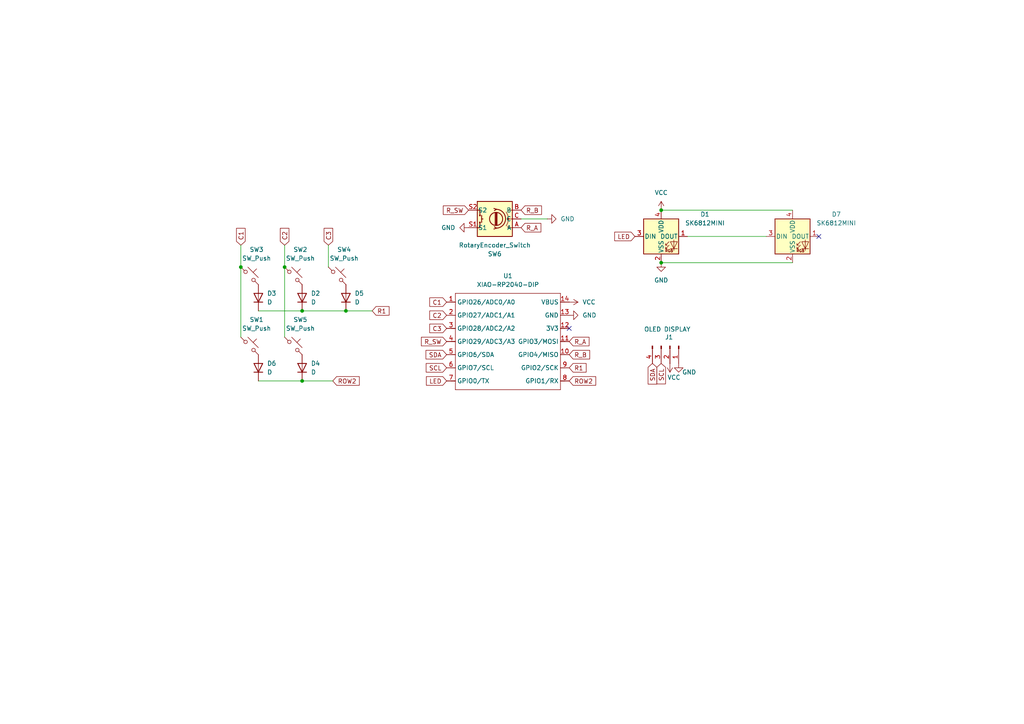
<source format=kicad_sch>
(kicad_sch
	(version 20250114)
	(generator "eeschema")
	(generator_version "9.0")
	(uuid "4ff04ee6-9fda-4cb2-ab02-89acf7d24759")
	(paper "A4")
	(lib_symbols
		(symbol "Connector:Conn_01x04_Pin"
			(pin_names
				(offset 1.016)
				(hide yes)
			)
			(exclude_from_sim no)
			(in_bom yes)
			(on_board yes)
			(property "Reference" "J"
				(at 0 5.08 0)
				(effects
					(font
						(size 1.27 1.27)
					)
				)
			)
			(property "Value" "Conn_01x04_Pin"
				(at 0 -7.62 0)
				(effects
					(font
						(size 1.27 1.27)
					)
				)
			)
			(property "Footprint" ""
				(at 0 0 0)
				(effects
					(font
						(size 1.27 1.27)
					)
					(hide yes)
				)
			)
			(property "Datasheet" "~"
				(at 0 0 0)
				(effects
					(font
						(size 1.27 1.27)
					)
					(hide yes)
				)
			)
			(property "Description" "Generic connector, single row, 01x04, script generated"
				(at 0 0 0)
				(effects
					(font
						(size 1.27 1.27)
					)
					(hide yes)
				)
			)
			(property "ki_locked" ""
				(at 0 0 0)
				(effects
					(font
						(size 1.27 1.27)
					)
				)
			)
			(property "ki_keywords" "connector"
				(at 0 0 0)
				(effects
					(font
						(size 1.27 1.27)
					)
					(hide yes)
				)
			)
			(property "ki_fp_filters" "Connector*:*_1x??_*"
				(at 0 0 0)
				(effects
					(font
						(size 1.27 1.27)
					)
					(hide yes)
				)
			)
			(symbol "Conn_01x04_Pin_1_1"
				(rectangle
					(start 0.8636 2.667)
					(end 0 2.413)
					(stroke
						(width 0.1524)
						(type default)
					)
					(fill
						(type outline)
					)
				)
				(rectangle
					(start 0.8636 0.127)
					(end 0 -0.127)
					(stroke
						(width 0.1524)
						(type default)
					)
					(fill
						(type outline)
					)
				)
				(rectangle
					(start 0.8636 -2.413)
					(end 0 -2.667)
					(stroke
						(width 0.1524)
						(type default)
					)
					(fill
						(type outline)
					)
				)
				(rectangle
					(start 0.8636 -4.953)
					(end 0 -5.207)
					(stroke
						(width 0.1524)
						(type default)
					)
					(fill
						(type outline)
					)
				)
				(polyline
					(pts
						(xy 1.27 2.54) (xy 0.8636 2.54)
					)
					(stroke
						(width 0.1524)
						(type default)
					)
					(fill
						(type none)
					)
				)
				(polyline
					(pts
						(xy 1.27 0) (xy 0.8636 0)
					)
					(stroke
						(width 0.1524)
						(type default)
					)
					(fill
						(type none)
					)
				)
				(polyline
					(pts
						(xy 1.27 -2.54) (xy 0.8636 -2.54)
					)
					(stroke
						(width 0.1524)
						(type default)
					)
					(fill
						(type none)
					)
				)
				(polyline
					(pts
						(xy 1.27 -5.08) (xy 0.8636 -5.08)
					)
					(stroke
						(width 0.1524)
						(type default)
					)
					(fill
						(type none)
					)
				)
				(pin passive line
					(at 5.08 2.54 180)
					(length 3.81)
					(name "Pin_1"
						(effects
							(font
								(size 1.27 1.27)
							)
						)
					)
					(number "1"
						(effects
							(font
								(size 1.27 1.27)
							)
						)
					)
				)
				(pin passive line
					(at 5.08 0 180)
					(length 3.81)
					(name "Pin_2"
						(effects
							(font
								(size 1.27 1.27)
							)
						)
					)
					(number "2"
						(effects
							(font
								(size 1.27 1.27)
							)
						)
					)
				)
				(pin passive line
					(at 5.08 -2.54 180)
					(length 3.81)
					(name "Pin_3"
						(effects
							(font
								(size 1.27 1.27)
							)
						)
					)
					(number "3"
						(effects
							(font
								(size 1.27 1.27)
							)
						)
					)
				)
				(pin passive line
					(at 5.08 -5.08 180)
					(length 3.81)
					(name "Pin_4"
						(effects
							(font
								(size 1.27 1.27)
							)
						)
					)
					(number "4"
						(effects
							(font
								(size 1.27 1.27)
							)
						)
					)
				)
			)
			(embedded_fonts no)
		)
		(symbol "Device:D"
			(pin_numbers
				(hide yes)
			)
			(pin_names
				(offset 1.016)
				(hide yes)
			)
			(exclude_from_sim no)
			(in_bom yes)
			(on_board yes)
			(property "Reference" "D"
				(at 0 2.54 0)
				(effects
					(font
						(size 1.27 1.27)
					)
				)
			)
			(property "Value" "D"
				(at 0 -2.54 0)
				(effects
					(font
						(size 1.27 1.27)
					)
				)
			)
			(property "Footprint" ""
				(at 0 0 0)
				(effects
					(font
						(size 1.27 1.27)
					)
					(hide yes)
				)
			)
			(property "Datasheet" "~"
				(at 0 0 0)
				(effects
					(font
						(size 1.27 1.27)
					)
					(hide yes)
				)
			)
			(property "Description" "Diode"
				(at 0 0 0)
				(effects
					(font
						(size 1.27 1.27)
					)
					(hide yes)
				)
			)
			(property "Sim.Device" "D"
				(at 0 0 0)
				(effects
					(font
						(size 1.27 1.27)
					)
					(hide yes)
				)
			)
			(property "Sim.Pins" "1=K 2=A"
				(at 0 0 0)
				(effects
					(font
						(size 1.27 1.27)
					)
					(hide yes)
				)
			)
			(property "ki_keywords" "diode"
				(at 0 0 0)
				(effects
					(font
						(size 1.27 1.27)
					)
					(hide yes)
				)
			)
			(property "ki_fp_filters" "TO-???* *_Diode_* *SingleDiode* D_*"
				(at 0 0 0)
				(effects
					(font
						(size 1.27 1.27)
					)
					(hide yes)
				)
			)
			(symbol "D_0_1"
				(polyline
					(pts
						(xy -1.27 1.27) (xy -1.27 -1.27)
					)
					(stroke
						(width 0.254)
						(type default)
					)
					(fill
						(type none)
					)
				)
				(polyline
					(pts
						(xy 1.27 1.27) (xy 1.27 -1.27) (xy -1.27 0) (xy 1.27 1.27)
					)
					(stroke
						(width 0.254)
						(type default)
					)
					(fill
						(type none)
					)
				)
				(polyline
					(pts
						(xy 1.27 0) (xy -1.27 0)
					)
					(stroke
						(width 0)
						(type default)
					)
					(fill
						(type none)
					)
				)
			)
			(symbol "D_1_1"
				(pin passive line
					(at -3.81 0 0)
					(length 2.54)
					(name "K"
						(effects
							(font
								(size 1.27 1.27)
							)
						)
					)
					(number "1"
						(effects
							(font
								(size 1.27 1.27)
							)
						)
					)
				)
				(pin passive line
					(at 3.81 0 180)
					(length 2.54)
					(name "A"
						(effects
							(font
								(size 1.27 1.27)
							)
						)
					)
					(number "2"
						(effects
							(font
								(size 1.27 1.27)
							)
						)
					)
				)
			)
			(embedded_fonts no)
		)
		(symbol "Device:RotaryEncoder_Switch"
			(pin_names
				(offset 0.254)
			)
			(exclude_from_sim no)
			(in_bom yes)
			(on_board yes)
			(property "Reference" "SW"
				(at 0 6.604 0)
				(effects
					(font
						(size 1.27 1.27)
					)
				)
			)
			(property "Value" "RotaryEncoder_Switch"
				(at 0 -6.604 0)
				(effects
					(font
						(size 1.27 1.27)
					)
				)
			)
			(property "Footprint" ""
				(at -3.81 4.064 0)
				(effects
					(font
						(size 1.27 1.27)
					)
					(hide yes)
				)
			)
			(property "Datasheet" "~"
				(at 0 6.604 0)
				(effects
					(font
						(size 1.27 1.27)
					)
					(hide yes)
				)
			)
			(property "Description" "Rotary encoder, dual channel, incremental quadrate outputs, with switch"
				(at 0 0 0)
				(effects
					(font
						(size 1.27 1.27)
					)
					(hide yes)
				)
			)
			(property "ki_keywords" "rotary switch encoder switch push button"
				(at 0 0 0)
				(effects
					(font
						(size 1.27 1.27)
					)
					(hide yes)
				)
			)
			(property "ki_fp_filters" "RotaryEncoder*Switch*"
				(at 0 0 0)
				(effects
					(font
						(size 1.27 1.27)
					)
					(hide yes)
				)
			)
			(symbol "RotaryEncoder_Switch_0_1"
				(rectangle
					(start -5.08 5.08)
					(end 5.08 -5.08)
					(stroke
						(width 0.254)
						(type default)
					)
					(fill
						(type background)
					)
				)
				(polyline
					(pts
						(xy -5.08 2.54) (xy -3.81 2.54) (xy -3.81 2.032)
					)
					(stroke
						(width 0)
						(type default)
					)
					(fill
						(type none)
					)
				)
				(polyline
					(pts
						(xy -5.08 0) (xy -3.81 0) (xy -3.81 -1.016) (xy -3.302 -2.032)
					)
					(stroke
						(width 0)
						(type default)
					)
					(fill
						(type none)
					)
				)
				(polyline
					(pts
						(xy -5.08 -2.54) (xy -3.81 -2.54) (xy -3.81 -2.032)
					)
					(stroke
						(width 0)
						(type default)
					)
					(fill
						(type none)
					)
				)
				(polyline
					(pts
						(xy -4.318 0) (xy -3.81 0) (xy -3.81 1.016) (xy -3.302 2.032)
					)
					(stroke
						(width 0)
						(type default)
					)
					(fill
						(type none)
					)
				)
				(circle
					(center -3.81 0)
					(radius 0.254)
					(stroke
						(width 0)
						(type default)
					)
					(fill
						(type outline)
					)
				)
				(polyline
					(pts
						(xy -0.635 -1.778) (xy -0.635 1.778)
					)
					(stroke
						(width 0.254)
						(type default)
					)
					(fill
						(type none)
					)
				)
				(circle
					(center -0.381 0)
					(radius 1.905)
					(stroke
						(width 0.254)
						(type default)
					)
					(fill
						(type none)
					)
				)
				(polyline
					(pts
						(xy -0.381 -1.778) (xy -0.381 1.778)
					)
					(stroke
						(width 0.254)
						(type default)
					)
					(fill
						(type none)
					)
				)
				(arc
					(start -0.381 -2.794)
					(mid -3.0988 -0.0635)
					(end -0.381 2.667)
					(stroke
						(width 0.254)
						(type default)
					)
					(fill
						(type none)
					)
				)
				(polyline
					(pts
						(xy -0.127 1.778) (xy -0.127 -1.778)
					)
					(stroke
						(width 0.254)
						(type default)
					)
					(fill
						(type none)
					)
				)
				(polyline
					(pts
						(xy 0.254 2.921) (xy -0.508 2.667) (xy 0.127 2.286)
					)
					(stroke
						(width 0.254)
						(type default)
					)
					(fill
						(type none)
					)
				)
				(polyline
					(pts
						(xy 0.254 -3.048) (xy -0.508 -2.794) (xy 0.127 -2.413)
					)
					(stroke
						(width 0.254)
						(type default)
					)
					(fill
						(type none)
					)
				)
				(polyline
					(pts
						(xy 3.81 1.016) (xy 3.81 -1.016)
					)
					(stroke
						(width 0.254)
						(type default)
					)
					(fill
						(type none)
					)
				)
				(polyline
					(pts
						(xy 3.81 0) (xy 3.429 0)
					)
					(stroke
						(width 0.254)
						(type default)
					)
					(fill
						(type none)
					)
				)
				(circle
					(center 4.318 1.016)
					(radius 0.127)
					(stroke
						(width 0.254)
						(type default)
					)
					(fill
						(type none)
					)
				)
				(circle
					(center 4.318 -1.016)
					(radius 0.127)
					(stroke
						(width 0.254)
						(type default)
					)
					(fill
						(type none)
					)
				)
				(polyline
					(pts
						(xy 5.08 2.54) (xy 4.318 2.54) (xy 4.318 1.016)
					)
					(stroke
						(width 0.254)
						(type default)
					)
					(fill
						(type none)
					)
				)
				(polyline
					(pts
						(xy 5.08 -2.54) (xy 4.318 -2.54) (xy 4.318 -1.016)
					)
					(stroke
						(width 0.254)
						(type default)
					)
					(fill
						(type none)
					)
				)
			)
			(symbol "RotaryEncoder_Switch_1_1"
				(pin passive line
					(at -7.62 2.54 0)
					(length 2.54)
					(name "A"
						(effects
							(font
								(size 1.27 1.27)
							)
						)
					)
					(number "A"
						(effects
							(font
								(size 1.27 1.27)
							)
						)
					)
				)
				(pin passive line
					(at -7.62 0 0)
					(length 2.54)
					(name "C"
						(effects
							(font
								(size 1.27 1.27)
							)
						)
					)
					(number "C"
						(effects
							(font
								(size 1.27 1.27)
							)
						)
					)
				)
				(pin passive line
					(at -7.62 -2.54 0)
					(length 2.54)
					(name "B"
						(effects
							(font
								(size 1.27 1.27)
							)
						)
					)
					(number "B"
						(effects
							(font
								(size 1.27 1.27)
							)
						)
					)
				)
				(pin passive line
					(at 7.62 2.54 180)
					(length 2.54)
					(name "S1"
						(effects
							(font
								(size 1.27 1.27)
							)
						)
					)
					(number "S1"
						(effects
							(font
								(size 1.27 1.27)
							)
						)
					)
				)
				(pin passive line
					(at 7.62 -2.54 180)
					(length 2.54)
					(name "S2"
						(effects
							(font
								(size 1.27 1.27)
							)
						)
					)
					(number "S2"
						(effects
							(font
								(size 1.27 1.27)
							)
						)
					)
				)
			)
			(embedded_fonts no)
		)
		(symbol "LED:SK6812MINI"
			(pin_names
				(offset 0.254)
			)
			(exclude_from_sim no)
			(in_bom yes)
			(on_board yes)
			(property "Reference" "D"
				(at 5.08 5.715 0)
				(effects
					(font
						(size 1.27 1.27)
					)
					(justify right bottom)
				)
			)
			(property "Value" "SK6812MINI"
				(at 1.27 -5.715 0)
				(effects
					(font
						(size 1.27 1.27)
					)
					(justify left top)
				)
			)
			(property "Footprint" "LED_SMD:LED_SK6812MINI_PLCC4_3.5x3.5mm_P1.75mm"
				(at 1.27 -7.62 0)
				(effects
					(font
						(size 1.27 1.27)
					)
					(justify left top)
					(hide yes)
				)
			)
			(property "Datasheet" "https://cdn-shop.adafruit.com/product-files/2686/SK6812MINI_REV.01-1-2.pdf"
				(at 2.54 -9.525 0)
				(effects
					(font
						(size 1.27 1.27)
					)
					(justify left top)
					(hide yes)
				)
			)
			(property "Description" "RGB LED with integrated controller"
				(at 0 0 0)
				(effects
					(font
						(size 1.27 1.27)
					)
					(hide yes)
				)
			)
			(property "ki_keywords" "RGB LED NeoPixel Mini addressable"
				(at 0 0 0)
				(effects
					(font
						(size 1.27 1.27)
					)
					(hide yes)
				)
			)
			(property "ki_fp_filters" "LED*SK6812MINI*PLCC*3.5x3.5mm*P1.75mm*"
				(at 0 0 0)
				(effects
					(font
						(size 1.27 1.27)
					)
					(hide yes)
				)
			)
			(symbol "SK6812MINI_0_0"
				(text "RGB"
					(at 2.286 -4.191 0)
					(effects
						(font
							(size 0.762 0.762)
						)
					)
				)
			)
			(symbol "SK6812MINI_0_1"
				(polyline
					(pts
						(xy 1.27 -2.54) (xy 1.778 -2.54)
					)
					(stroke
						(width 0)
						(type default)
					)
					(fill
						(type none)
					)
				)
				(polyline
					(pts
						(xy 1.27 -3.556) (xy 1.778 -3.556)
					)
					(stroke
						(width 0)
						(type default)
					)
					(fill
						(type none)
					)
				)
				(polyline
					(pts
						(xy 2.286 -1.524) (xy 1.27 -2.54) (xy 1.27 -2.032)
					)
					(stroke
						(width 0)
						(type default)
					)
					(fill
						(type none)
					)
				)
				(polyline
					(pts
						(xy 2.286 -2.54) (xy 1.27 -3.556) (xy 1.27 -3.048)
					)
					(stroke
						(width 0)
						(type default)
					)
					(fill
						(type none)
					)
				)
				(polyline
					(pts
						(xy 3.683 -1.016) (xy 3.683 -3.556) (xy 3.683 -4.064)
					)
					(stroke
						(width 0)
						(type default)
					)
					(fill
						(type none)
					)
				)
				(polyline
					(pts
						(xy 4.699 -1.524) (xy 2.667 -1.524) (xy 3.683 -3.556) (xy 4.699 -1.524)
					)
					(stroke
						(width 0)
						(type default)
					)
					(fill
						(type none)
					)
				)
				(polyline
					(pts
						(xy 4.699 -3.556) (xy 2.667 -3.556)
					)
					(stroke
						(width 0)
						(type default)
					)
					(fill
						(type none)
					)
				)
				(rectangle
					(start 5.08 5.08)
					(end -5.08 -5.08)
					(stroke
						(width 0.254)
						(type default)
					)
					(fill
						(type background)
					)
				)
			)
			(symbol "SK6812MINI_1_1"
				(pin input line
					(at -7.62 0 0)
					(length 2.54)
					(name "DIN"
						(effects
							(font
								(size 1.27 1.27)
							)
						)
					)
					(number "3"
						(effects
							(font
								(size 1.27 1.27)
							)
						)
					)
				)
				(pin power_in line
					(at 0 7.62 270)
					(length 2.54)
					(name "VDD"
						(effects
							(font
								(size 1.27 1.27)
							)
						)
					)
					(number "4"
						(effects
							(font
								(size 1.27 1.27)
							)
						)
					)
				)
				(pin power_in line
					(at 0 -7.62 90)
					(length 2.54)
					(name "VSS"
						(effects
							(font
								(size 1.27 1.27)
							)
						)
					)
					(number "2"
						(effects
							(font
								(size 1.27 1.27)
							)
						)
					)
				)
				(pin output line
					(at 7.62 0 180)
					(length 2.54)
					(name "DOUT"
						(effects
							(font
								(size 1.27 1.27)
							)
						)
					)
					(number "1"
						(effects
							(font
								(size 1.27 1.27)
							)
						)
					)
				)
			)
			(embedded_fonts no)
		)
		(symbol "OPL:XIAO-RP2040-DIP"
			(exclude_from_sim no)
			(in_bom yes)
			(on_board yes)
			(property "Reference" "U"
				(at 0 0 0)
				(effects
					(font
						(size 1.27 1.27)
					)
				)
			)
			(property "Value" "XIAO-RP2040-DIP"
				(at 5.334 -1.778 0)
				(effects
					(font
						(size 1.27 1.27)
					)
				)
			)
			(property "Footprint" "Module:MOUDLE14P-XIAO-DIP-SMD"
				(at 14.478 -32.258 0)
				(effects
					(font
						(size 1.27 1.27)
					)
					(hide yes)
				)
			)
			(property "Datasheet" ""
				(at 0 0 0)
				(effects
					(font
						(size 1.27 1.27)
					)
					(hide yes)
				)
			)
			(property "Description" ""
				(at 0 0 0)
				(effects
					(font
						(size 1.27 1.27)
					)
					(hide yes)
				)
			)
			(symbol "XIAO-RP2040-DIP_1_0"
				(polyline
					(pts
						(xy -1.27 -2.54) (xy 29.21 -2.54)
					)
					(stroke
						(width 0.1524)
						(type solid)
					)
					(fill
						(type none)
					)
				)
				(polyline
					(pts
						(xy -1.27 -5.08) (xy -2.54 -5.08)
					)
					(stroke
						(width 0.1524)
						(type solid)
					)
					(fill
						(type none)
					)
				)
				(polyline
					(pts
						(xy -1.27 -5.08) (xy -1.27 -2.54)
					)
					(stroke
						(width 0.1524)
						(type solid)
					)
					(fill
						(type none)
					)
				)
				(polyline
					(pts
						(xy -1.27 -8.89) (xy -2.54 -8.89)
					)
					(stroke
						(width 0.1524)
						(type solid)
					)
					(fill
						(type none)
					)
				)
				(polyline
					(pts
						(xy -1.27 -8.89) (xy -1.27 -5.08)
					)
					(stroke
						(width 0.1524)
						(type solid)
					)
					(fill
						(type none)
					)
				)
				(polyline
					(pts
						(xy -1.27 -12.7) (xy -2.54 -12.7)
					)
					(stroke
						(width 0.1524)
						(type solid)
					)
					(fill
						(type none)
					)
				)
				(polyline
					(pts
						(xy -1.27 -12.7) (xy -1.27 -8.89)
					)
					(stroke
						(width 0.1524)
						(type solid)
					)
					(fill
						(type none)
					)
				)
				(polyline
					(pts
						(xy -1.27 -16.51) (xy -2.54 -16.51)
					)
					(stroke
						(width 0.1524)
						(type solid)
					)
					(fill
						(type none)
					)
				)
				(polyline
					(pts
						(xy -1.27 -16.51) (xy -1.27 -12.7)
					)
					(stroke
						(width 0.1524)
						(type solid)
					)
					(fill
						(type none)
					)
				)
				(polyline
					(pts
						(xy -1.27 -20.32) (xy -2.54 -20.32)
					)
					(stroke
						(width 0.1524)
						(type solid)
					)
					(fill
						(type none)
					)
				)
				(polyline
					(pts
						(xy -1.27 -24.13) (xy -2.54 -24.13)
					)
					(stroke
						(width 0.1524)
						(type solid)
					)
					(fill
						(type none)
					)
				)
				(polyline
					(pts
						(xy -1.27 -27.94) (xy -2.54 -27.94)
					)
					(stroke
						(width 0.1524)
						(type solid)
					)
					(fill
						(type none)
					)
				)
				(polyline
					(pts
						(xy -1.27 -30.48) (xy -1.27 -16.51)
					)
					(stroke
						(width 0.1524)
						(type solid)
					)
					(fill
						(type none)
					)
				)
				(polyline
					(pts
						(xy 29.21 -2.54) (xy 29.21 -5.08)
					)
					(stroke
						(width 0.1524)
						(type solid)
					)
					(fill
						(type none)
					)
				)
				(polyline
					(pts
						(xy 29.21 -5.08) (xy 29.21 -8.89)
					)
					(stroke
						(width 0.1524)
						(type solid)
					)
					(fill
						(type none)
					)
				)
				(polyline
					(pts
						(xy 29.21 -8.89) (xy 29.21 -12.7)
					)
					(stroke
						(width 0.1524)
						(type solid)
					)
					(fill
						(type none)
					)
				)
				(polyline
					(pts
						(xy 29.21 -12.7) (xy 29.21 -30.48)
					)
					(stroke
						(width 0.1524)
						(type solid)
					)
					(fill
						(type none)
					)
				)
				(polyline
					(pts
						(xy 29.21 -30.48) (xy -1.27 -30.48)
					)
					(stroke
						(width 0.1524)
						(type solid)
					)
					(fill
						(type none)
					)
				)
				(polyline
					(pts
						(xy 30.48 -5.08) (xy 29.21 -5.08)
					)
					(stroke
						(width 0.1524)
						(type solid)
					)
					(fill
						(type none)
					)
				)
				(polyline
					(pts
						(xy 30.48 -8.89) (xy 29.21 -8.89)
					)
					(stroke
						(width 0.1524)
						(type solid)
					)
					(fill
						(type none)
					)
				)
				(polyline
					(pts
						(xy 30.48 -12.7) (xy 29.21 -12.7)
					)
					(stroke
						(width 0.1524)
						(type solid)
					)
					(fill
						(type none)
					)
				)
				(polyline
					(pts
						(xy 30.48 -16.51) (xy 29.21 -16.51)
					)
					(stroke
						(width 0.1524)
						(type solid)
					)
					(fill
						(type none)
					)
				)
				(polyline
					(pts
						(xy 30.48 -20.32) (xy 29.21 -20.32)
					)
					(stroke
						(width 0.1524)
						(type solid)
					)
					(fill
						(type none)
					)
				)
				(polyline
					(pts
						(xy 30.48 -24.13) (xy 29.21 -24.13)
					)
					(stroke
						(width 0.1524)
						(type solid)
					)
					(fill
						(type none)
					)
				)
				(polyline
					(pts
						(xy 30.48 -27.94) (xy 29.21 -27.94)
					)
					(stroke
						(width 0.1524)
						(type solid)
					)
					(fill
						(type none)
					)
				)
				(pin passive line
					(at -3.81 -5.08 0)
					(length 2.54)
					(name "GPIO26/ADC0/A0"
						(effects
							(font
								(size 1.27 1.27)
							)
						)
					)
					(number "1"
						(effects
							(font
								(size 1.27 1.27)
							)
						)
					)
				)
				(pin passive line
					(at -3.81 -8.89 0)
					(length 2.54)
					(name "GPIO27/ADC1/A1"
						(effects
							(font
								(size 1.27 1.27)
							)
						)
					)
					(number "2"
						(effects
							(font
								(size 1.27 1.27)
							)
						)
					)
				)
				(pin passive line
					(at -3.81 -12.7 0)
					(length 2.54)
					(name "GPIO28/ADC2/A2"
						(effects
							(font
								(size 1.27 1.27)
							)
						)
					)
					(number "3"
						(effects
							(font
								(size 1.27 1.27)
							)
						)
					)
				)
				(pin passive line
					(at -3.81 -16.51 0)
					(length 2.54)
					(name "GPIO29/ADC3/A3"
						(effects
							(font
								(size 1.27 1.27)
							)
						)
					)
					(number "4"
						(effects
							(font
								(size 1.27 1.27)
							)
						)
					)
				)
				(pin passive line
					(at -3.81 -20.32 0)
					(length 2.54)
					(name "GPIO6/SDA"
						(effects
							(font
								(size 1.27 1.27)
							)
						)
					)
					(number "5"
						(effects
							(font
								(size 1.27 1.27)
							)
						)
					)
				)
				(pin passive line
					(at -3.81 -24.13 0)
					(length 2.54)
					(name "GPIO7/SCL"
						(effects
							(font
								(size 1.27 1.27)
							)
						)
					)
					(number "6"
						(effects
							(font
								(size 1.27 1.27)
							)
						)
					)
				)
				(pin passive line
					(at -3.81 -27.94 0)
					(length 2.54)
					(name "GPIO0/TX"
						(effects
							(font
								(size 1.27 1.27)
							)
						)
					)
					(number "7"
						(effects
							(font
								(size 1.27 1.27)
							)
						)
					)
				)
				(pin passive line
					(at 31.75 -5.08 180)
					(length 2.54)
					(name "VBUS"
						(effects
							(font
								(size 1.27 1.27)
							)
						)
					)
					(number "14"
						(effects
							(font
								(size 1.27 1.27)
							)
						)
					)
				)
				(pin passive line
					(at 31.75 -8.89 180)
					(length 2.54)
					(name "GND"
						(effects
							(font
								(size 1.27 1.27)
							)
						)
					)
					(number "13"
						(effects
							(font
								(size 1.27 1.27)
							)
						)
					)
				)
				(pin passive line
					(at 31.75 -12.7 180)
					(length 2.54)
					(name "3V3"
						(effects
							(font
								(size 1.27 1.27)
							)
						)
					)
					(number "12"
						(effects
							(font
								(size 1.27 1.27)
							)
						)
					)
				)
				(pin passive line
					(at 31.75 -16.51 180)
					(length 2.54)
					(name "GPIO3/MOSI"
						(effects
							(font
								(size 1.27 1.27)
							)
						)
					)
					(number "11"
						(effects
							(font
								(size 1.27 1.27)
							)
						)
					)
				)
				(pin passive line
					(at 31.75 -20.32 180)
					(length 2.54)
					(name "GPIO4/MISO"
						(effects
							(font
								(size 1.27 1.27)
							)
						)
					)
					(number "10"
						(effects
							(font
								(size 1.27 1.27)
							)
						)
					)
				)
				(pin passive line
					(at 31.75 -24.13 180)
					(length 2.54)
					(name "GPIO2/SCK"
						(effects
							(font
								(size 1.27 1.27)
							)
						)
					)
					(number "9"
						(effects
							(font
								(size 1.27 1.27)
							)
						)
					)
				)
				(pin passive line
					(at 31.75 -27.94 180)
					(length 2.54)
					(name "GPIO1/RX"
						(effects
							(font
								(size 1.27 1.27)
							)
						)
					)
					(number "8"
						(effects
							(font
								(size 1.27 1.27)
							)
						)
					)
				)
			)
			(embedded_fonts no)
		)
		(symbol "Switch:SW_Push_45deg"
			(pin_numbers
				(hide yes)
			)
			(pin_names
				(offset 1.016)
				(hide yes)
			)
			(exclude_from_sim no)
			(in_bom yes)
			(on_board yes)
			(property "Reference" "SW"
				(at 3.048 1.016 0)
				(effects
					(font
						(size 1.27 1.27)
					)
					(justify left)
				)
			)
			(property "Value" "SW_Push_45deg"
				(at 0 -3.81 0)
				(effects
					(font
						(size 1.27 1.27)
					)
				)
			)
			(property "Footprint" ""
				(at 0 0 0)
				(effects
					(font
						(size 1.27 1.27)
					)
					(hide yes)
				)
			)
			(property "Datasheet" "~"
				(at 0 0 0)
				(effects
					(font
						(size 1.27 1.27)
					)
					(hide yes)
				)
			)
			(property "Description" "Push button switch, normally open, two pins, 45° tilted"
				(at 0 0 0)
				(effects
					(font
						(size 1.27 1.27)
					)
					(hide yes)
				)
			)
			(property "ki_keywords" "switch normally-open pushbutton push-button"
				(at 0 0 0)
				(effects
					(font
						(size 1.27 1.27)
					)
					(hide yes)
				)
			)
			(symbol "SW_Push_45deg_0_1"
				(polyline
					(pts
						(xy -2.54 2.54) (xy -1.524 1.524) (xy -1.524 1.524)
					)
					(stroke
						(width 0)
						(type default)
					)
					(fill
						(type none)
					)
				)
				(circle
					(center -1.1684 1.1684)
					(radius 0.508)
					(stroke
						(width 0)
						(type default)
					)
					(fill
						(type none)
					)
				)
				(polyline
					(pts
						(xy -0.508 2.54) (xy 2.54 -0.508)
					)
					(stroke
						(width 0)
						(type default)
					)
					(fill
						(type none)
					)
				)
				(polyline
					(pts
						(xy 1.016 1.016) (xy 2.032 2.032)
					)
					(stroke
						(width 0)
						(type default)
					)
					(fill
						(type none)
					)
				)
				(circle
					(center 1.143 -1.1938)
					(radius 0.508)
					(stroke
						(width 0)
						(type default)
					)
					(fill
						(type none)
					)
				)
				(polyline
					(pts
						(xy 1.524 -1.524) (xy 2.54 -2.54) (xy 2.54 -2.54) (xy 2.54 -2.54)
					)
					(stroke
						(width 0)
						(type default)
					)
					(fill
						(type none)
					)
				)
				(pin passive line
					(at -2.54 2.54 0)
					(length 0)
					(name "1"
						(effects
							(font
								(size 1.27 1.27)
							)
						)
					)
					(number "1"
						(effects
							(font
								(size 1.27 1.27)
							)
						)
					)
				)
				(pin passive line
					(at 2.54 -2.54 180)
					(length 0)
					(name "2"
						(effects
							(font
								(size 1.27 1.27)
							)
						)
					)
					(number "2"
						(effects
							(font
								(size 1.27 1.27)
							)
						)
					)
				)
			)
			(embedded_fonts no)
		)
		(symbol "power:GND"
			(power)
			(pin_numbers
				(hide yes)
			)
			(pin_names
				(offset 0)
				(hide yes)
			)
			(exclude_from_sim no)
			(in_bom yes)
			(on_board yes)
			(property "Reference" "#PWR"
				(at 0 -6.35 0)
				(effects
					(font
						(size 1.27 1.27)
					)
					(hide yes)
				)
			)
			(property "Value" "GND"
				(at 0 -3.81 0)
				(effects
					(font
						(size 1.27 1.27)
					)
				)
			)
			(property "Footprint" ""
				(at 0 0 0)
				(effects
					(font
						(size 1.27 1.27)
					)
					(hide yes)
				)
			)
			(property "Datasheet" ""
				(at 0 0 0)
				(effects
					(font
						(size 1.27 1.27)
					)
					(hide yes)
				)
			)
			(property "Description" "Power symbol creates a global label with name \"GND\" , ground"
				(at 0 0 0)
				(effects
					(font
						(size 1.27 1.27)
					)
					(hide yes)
				)
			)
			(property "ki_keywords" "global power"
				(at 0 0 0)
				(effects
					(font
						(size 1.27 1.27)
					)
					(hide yes)
				)
			)
			(symbol "GND_0_1"
				(polyline
					(pts
						(xy 0 0) (xy 0 -1.27) (xy 1.27 -1.27) (xy 0 -2.54) (xy -1.27 -1.27) (xy 0 -1.27)
					)
					(stroke
						(width 0)
						(type default)
					)
					(fill
						(type none)
					)
				)
			)
			(symbol "GND_1_1"
				(pin power_in line
					(at 0 0 270)
					(length 0)
					(name "~"
						(effects
							(font
								(size 1.27 1.27)
							)
						)
					)
					(number "1"
						(effects
							(font
								(size 1.27 1.27)
							)
						)
					)
				)
			)
			(embedded_fonts no)
		)
		(symbol "power:VCC"
			(power)
			(pin_numbers
				(hide yes)
			)
			(pin_names
				(offset 0)
				(hide yes)
			)
			(exclude_from_sim no)
			(in_bom yes)
			(on_board yes)
			(property "Reference" "#PWR"
				(at 0 -3.81 0)
				(effects
					(font
						(size 1.27 1.27)
					)
					(hide yes)
				)
			)
			(property "Value" "VCC"
				(at 0 3.556 0)
				(effects
					(font
						(size 1.27 1.27)
					)
				)
			)
			(property "Footprint" ""
				(at 0 0 0)
				(effects
					(font
						(size 1.27 1.27)
					)
					(hide yes)
				)
			)
			(property "Datasheet" ""
				(at 0 0 0)
				(effects
					(font
						(size 1.27 1.27)
					)
					(hide yes)
				)
			)
			(property "Description" "Power symbol creates a global label with name \"VCC\""
				(at 0 0 0)
				(effects
					(font
						(size 1.27 1.27)
					)
					(hide yes)
				)
			)
			(property "ki_keywords" "global power"
				(at 0 0 0)
				(effects
					(font
						(size 1.27 1.27)
					)
					(hide yes)
				)
			)
			(symbol "VCC_0_1"
				(polyline
					(pts
						(xy -0.762 1.27) (xy 0 2.54)
					)
					(stroke
						(width 0)
						(type default)
					)
					(fill
						(type none)
					)
				)
				(polyline
					(pts
						(xy 0 2.54) (xy 0.762 1.27)
					)
					(stroke
						(width 0)
						(type default)
					)
					(fill
						(type none)
					)
				)
				(polyline
					(pts
						(xy 0 0) (xy 0 2.54)
					)
					(stroke
						(width 0)
						(type default)
					)
					(fill
						(type none)
					)
				)
			)
			(symbol "VCC_1_1"
				(pin power_in line
					(at 0 0 90)
					(length 0)
					(name "~"
						(effects
							(font
								(size 1.27 1.27)
							)
						)
					)
					(number "1"
						(effects
							(font
								(size 1.27 1.27)
							)
						)
					)
				)
			)
			(embedded_fonts no)
		)
	)
	(junction
		(at 191.77 60.96)
		(diameter 0)
		(color 0 0 0 0)
		(uuid "0c6c274f-3300-4fad-bf12-048d0a4591a6")
	)
	(junction
		(at 87.63 90.17)
		(diameter 0)
		(color 0 0 0 0)
		(uuid "33d900c7-079d-4043-80de-28d98b2b1334")
	)
	(junction
		(at 87.63 110.49)
		(diameter 0)
		(color 0 0 0 0)
		(uuid "3f481621-c31f-41f1-b22a-8534bbf3f754")
	)
	(junction
		(at 69.85 77.47)
		(diameter 0)
		(color 0 0 0 0)
		(uuid "557d3ea2-74a2-4d67-b0ba-14a83c19486b")
	)
	(junction
		(at 100.33 90.17)
		(diameter 0)
		(color 0 0 0 0)
		(uuid "7a0f2e38-9155-41f7-99a1-49eba216e3df")
	)
	(junction
		(at 82.55 77.47)
		(diameter 0)
		(color 0 0 0 0)
		(uuid "cbdd442a-2114-4fd0-b7dc-be2e0032244a")
	)
	(junction
		(at 191.77 76.2)
		(diameter 0)
		(color 0 0 0 0)
		(uuid "f53c08b8-c30c-41d5-921b-7eebce6f35a8")
	)
	(no_connect
		(at 237.49 68.58)
		(uuid "6d594419-e28a-4b82-a843-1241dc162159")
	)
	(no_connect
		(at 165.1 95.25)
		(uuid "deceefb0-1e1c-4804-9daf-4c8efed65603")
	)
	(wire
		(pts
			(xy 69.85 71.12) (xy 69.85 77.47)
		)
		(stroke
			(width 0)
			(type default)
		)
		(uuid "234ccb74-92a1-485e-bf86-4c2fd8da50c2")
	)
	(wire
		(pts
			(xy 87.63 90.17) (xy 100.33 90.17)
		)
		(stroke
			(width 0)
			(type default)
		)
		(uuid "388e152a-6c05-498c-9963-64c8a2bb29b2")
	)
	(wire
		(pts
			(xy 82.55 77.47) (xy 82.55 97.79)
		)
		(stroke
			(width 0)
			(type default)
		)
		(uuid "46712eb7-2678-4ef4-8624-5c5665a27f79")
	)
	(wire
		(pts
			(xy 74.93 90.17) (xy 87.63 90.17)
		)
		(stroke
			(width 0)
			(type default)
		)
		(uuid "4e8b1103-8463-4858-905e-5eb316f2a42f")
	)
	(wire
		(pts
			(xy 151.13 63.5) (xy 158.75 63.5)
		)
		(stroke
			(width 0)
			(type default)
		)
		(uuid "5150bd9a-49e8-4250-9bcc-59708662bf8a")
	)
	(wire
		(pts
			(xy 100.33 90.17) (xy 107.95 90.17)
		)
		(stroke
			(width 0)
			(type default)
		)
		(uuid "522ab13d-c96d-4654-8d79-4529a82d8ab5")
	)
	(wire
		(pts
			(xy 199.39 68.58) (xy 222.25 68.58)
		)
		(stroke
			(width 0)
			(type default)
		)
		(uuid "68b8739a-a681-4687-bba9-525c70eb35b1")
	)
	(wire
		(pts
			(xy 191.77 60.96) (xy 229.87 60.96)
		)
		(stroke
			(width 0)
			(type default)
		)
		(uuid "8107c149-b948-4cff-8815-e48eee4637b4")
	)
	(wire
		(pts
			(xy 95.25 71.12) (xy 95.25 77.47)
		)
		(stroke
			(width 0)
			(type default)
		)
		(uuid "9653b25a-6ca3-4e62-b96e-3292f066e425")
	)
	(wire
		(pts
			(xy 191.77 76.2) (xy 229.87 76.2)
		)
		(stroke
			(width 0)
			(type default)
		)
		(uuid "9ecc62c4-9a26-4c00-8dd0-9719f8bcd83f")
	)
	(wire
		(pts
			(xy 87.63 110.49) (xy 96.52 110.49)
		)
		(stroke
			(width 0)
			(type default)
		)
		(uuid "b787ea14-00f2-4a26-b382-ee83d0b2582e")
	)
	(wire
		(pts
			(xy 74.93 110.49) (xy 87.63 110.49)
		)
		(stroke
			(width 0)
			(type default)
		)
		(uuid "d9c7d201-6dc8-4846-99fb-a35147dcf99b")
	)
	(wire
		(pts
			(xy 69.85 77.47) (xy 69.85 97.79)
		)
		(stroke
			(width 0)
			(type default)
		)
		(uuid "e13c0517-967f-4f1f-bac1-304859df1a96")
	)
	(wire
		(pts
			(xy 82.55 71.12) (xy 82.55 77.47)
		)
		(stroke
			(width 0)
			(type default)
		)
		(uuid "f4876480-0854-4ee0-a760-b9d4f69d2f40")
	)
	(global_label "SDA"
		(shape input)
		(at 129.54 102.87 180)
		(fields_autoplaced yes)
		(effects
			(font
				(size 1.27 1.27)
			)
			(justify right)
		)
		(uuid "013d8aee-23d0-4b52-8d98-7ecbe963f223")
		(property "Intersheetrefs" "${INTERSHEET_REFS}"
			(at 122.9867 102.87 0)
			(effects
				(font
					(size 1.27 1.27)
				)
				(justify right)
				(hide yes)
			)
		)
	)
	(global_label "SCL"
		(shape input)
		(at 129.54 106.68 180)
		(fields_autoplaced yes)
		(effects
			(font
				(size 1.27 1.27)
			)
			(justify right)
		)
		(uuid "06e07bb8-4c89-4486-932b-23f41da7c0ed")
		(property "Intersheetrefs" "${INTERSHEET_REFS}"
			(at 123.0472 106.68 0)
			(effects
				(font
					(size 1.27 1.27)
				)
				(justify right)
				(hide yes)
			)
		)
	)
	(global_label "C2"
		(shape input)
		(at 129.54 91.44 180)
		(fields_autoplaced yes)
		(effects
			(font
				(size 1.27 1.27)
			)
			(justify right)
		)
		(uuid "186f079d-72fc-4c48-be5a-3bfb50c2b93b")
		(property "Intersheetrefs" "${INTERSHEET_REFS}"
			(at 121.7167 91.44 0)
			(effects
				(font
					(size 1.27 1.27)
				)
				(justify right)
				(hide yes)
			)
		)
	)
	(global_label "R1"
		(shape input)
		(at 107.95 90.17 0)
		(fields_autoplaced yes)
		(effects
			(font
				(size 1.27 1.27)
			)
			(justify left)
		)
		(uuid "199a3082-f840-4b0e-a58b-22536a245e95")
		(property "Intersheetrefs" "${INTERSHEET_REFS}"
			(at 116.1966 90.17 0)
			(effects
				(font
					(size 1.27 1.27)
				)
				(justify left)
				(hide yes)
			)
		)
	)
	(global_label "ROW2"
		(shape input)
		(at 96.52 110.49 0)
		(fields_autoplaced yes)
		(effects
			(font
				(size 1.27 1.27)
			)
			(justify left)
		)
		(uuid "27428457-9523-460b-97b3-cbf2e009de51")
		(property "Intersheetrefs" "${INTERSHEET_REFS}"
			(at 104.7666 110.49 0)
			(effects
				(font
					(size 1.27 1.27)
				)
				(justify left)
				(hide yes)
			)
		)
	)
	(global_label "R_SW"
		(shape input)
		(at 129.54 99.06 180)
		(fields_autoplaced yes)
		(effects
			(font
				(size 1.27 1.27)
			)
			(justify right)
		)
		(uuid "2816428d-133e-497b-9ad1-1203d29b44bb")
		(property "Intersheetrefs" "${INTERSHEET_REFS}"
			(at 121.6563 99.06 0)
			(effects
				(font
					(size 1.27 1.27)
				)
				(justify right)
				(hide yes)
			)
		)
	)
	(global_label "C1"
		(shape input)
		(at 69.85 71.12 90)
		(fields_autoplaced yes)
		(effects
			(font
				(size 1.27 1.27)
			)
			(justify left)
		)
		(uuid "3a37c9f8-73f6-4658-a601-100d4e26678a")
		(property "Intersheetrefs" "${INTERSHEET_REFS}"
			(at 69.85 63.2967 90)
			(effects
				(font
					(size 1.27 1.27)
				)
				(justify left)
				(hide yes)
			)
		)
	)
	(global_label "C3"
		(shape input)
		(at 95.25 71.12 90)
		(fields_autoplaced yes)
		(effects
			(font
				(size 1.27 1.27)
			)
			(justify left)
		)
		(uuid "4570e773-b27c-48e7-9429-824d21345f67")
		(property "Intersheetrefs" "${INTERSHEET_REFS}"
			(at 95.25 63.2967 90)
			(effects
				(font
					(size 1.27 1.27)
				)
				(justify left)
				(hide yes)
			)
		)
	)
	(global_label "ROW2"
		(shape input)
		(at 165.1 110.49 0)
		(fields_autoplaced yes)
		(effects
			(font
				(size 1.27 1.27)
			)
			(justify left)
		)
		(uuid "536ddc2a-a4a7-4527-a1d3-81baac4d4383")
		(property "Intersheetrefs" "${INTERSHEET_REFS}"
			(at 173.3466 110.49 0)
			(effects
				(font
					(size 1.27 1.27)
				)
				(justify left)
				(hide yes)
			)
		)
	)
	(global_label "SDA"
		(shape input)
		(at 189.23 105.41 270)
		(fields_autoplaced yes)
		(effects
			(font
				(size 1.27 1.27)
			)
			(justify right)
		)
		(uuid "56c2a443-73ea-4cff-bc90-d820e96ff164")
		(property "Intersheetrefs" "${INTERSHEET_REFS}"
			(at 189.23 111.9633 90)
			(effects
				(font
					(size 1.27 1.27)
				)
				(justify right)
				(hide yes)
			)
		)
	)
	(global_label "R_B"
		(shape input)
		(at 165.1 102.87 0)
		(fields_autoplaced yes)
		(effects
			(font
				(size 1.27 1.27)
			)
			(justify left)
		)
		(uuid "59c23f55-a38a-4311-8d28-48805c2a0885")
		(property "Intersheetrefs" "${INTERSHEET_REFS}"
			(at 171.5928 102.87 0)
			(effects
				(font
					(size 1.27 1.27)
				)
				(justify left)
				(hide yes)
			)
		)
	)
	(global_label "LED"
		(shape input)
		(at 129.54 110.49 180)
		(fields_autoplaced yes)
		(effects
			(font
				(size 1.27 1.27)
			)
			(justify right)
		)
		(uuid "6c4cbc4a-a943-4f2b-b2bf-bd5cb7204bda")
		(property "Intersheetrefs" "${INTERSHEET_REFS}"
			(at 123.1077 110.49 0)
			(effects
				(font
					(size 1.27 1.27)
				)
				(justify right)
				(hide yes)
			)
		)
	)
	(global_label "R_SW"
		(shape input)
		(at 135.89 60.96 180)
		(fields_autoplaced yes)
		(effects
			(font
				(size 1.27 1.27)
			)
			(justify right)
		)
		(uuid "7d0ed0a1-3144-49a9-8f8e-9443ca0c9ce2")
		(property "Intersheetrefs" "${INTERSHEET_REFS}"
			(at 128.0063 60.96 0)
			(effects
				(font
					(size 1.27 1.27)
				)
				(justify right)
				(hide yes)
			)
		)
	)
	(global_label "C3"
		(shape input)
		(at 129.54 95.25 180)
		(fields_autoplaced yes)
		(effects
			(font
				(size 1.27 1.27)
			)
			(justify right)
		)
		(uuid "900b4ad1-ecf4-482c-a484-93039fe21632")
		(property "Intersheetrefs" "${INTERSHEET_REFS}"
			(at 121.7167 95.25 0)
			(effects
				(font
					(size 1.27 1.27)
				)
				(justify right)
				(hide yes)
			)
		)
	)
	(global_label "SCL"
		(shape input)
		(at 191.77 105.41 270)
		(fields_autoplaced yes)
		(effects
			(font
				(size 1.27 1.27)
			)
			(justify right)
		)
		(uuid "94b033cf-5a84-4bb3-b157-28cf7fd105e3")
		(property "Intersheetrefs" "${INTERSHEET_REFS}"
			(at 191.77 111.9028 90)
			(effects
				(font
					(size 1.27 1.27)
				)
				(justify right)
				(hide yes)
			)
		)
	)
	(global_label "C2"
		(shape input)
		(at 82.55 71.12 90)
		(fields_autoplaced yes)
		(effects
			(font
				(size 1.27 1.27)
			)
			(justify left)
		)
		(uuid "a21d5a3d-0f59-49a9-b74f-7d785d00a37d")
		(property "Intersheetrefs" "${INTERSHEET_REFS}"
			(at 82.55 63.2967 90)
			(effects
				(font
					(size 1.27 1.27)
				)
				(justify left)
				(hide yes)
			)
		)
	)
	(global_label "R_A"
		(shape input)
		(at 165.1 99.06 0)
		(fields_autoplaced yes)
		(effects
			(font
				(size 1.27 1.27)
			)
			(justify left)
		)
		(uuid "bc849328-2409-4234-b1ae-e204b77a376a")
		(property "Intersheetrefs" "${INTERSHEET_REFS}"
			(at 171.4114 99.06 0)
			(effects
				(font
					(size 1.27 1.27)
				)
				(justify left)
				(hide yes)
			)
		)
	)
	(global_label "R_A"
		(shape input)
		(at 151.13 66.04 0)
		(fields_autoplaced yes)
		(effects
			(font
				(size 1.27 1.27)
			)
			(justify left)
		)
		(uuid "c3e16abc-7f44-4ee8-b815-65edff285e7a")
		(property "Intersheetrefs" "${INTERSHEET_REFS}"
			(at 157.4414 66.04 0)
			(effects
				(font
					(size 1.27 1.27)
				)
				(justify left)
				(hide yes)
			)
		)
	)
	(global_label "R1"
		(shape input)
		(at 165.1 106.68 0)
		(fields_autoplaced yes)
		(effects
			(font
				(size 1.27 1.27)
			)
			(justify left)
		)
		(uuid "c9423cb4-e00c-4380-bb7d-5ab66f61414b")
		(property "Intersheetrefs" "${INTERSHEET_REFS}"
			(at 173.3466 106.68 0)
			(effects
				(font
					(size 1.27 1.27)
				)
				(justify left)
				(hide yes)
			)
		)
	)
	(global_label "R_B"
		(shape input)
		(at 151.13 60.96 0)
		(fields_autoplaced yes)
		(effects
			(font
				(size 1.27 1.27)
			)
			(justify left)
		)
		(uuid "d40e8140-6e3a-45ad-8880-af5622ac88c6")
		(property "Intersheetrefs" "${INTERSHEET_REFS}"
			(at 157.6228 60.96 0)
			(effects
				(font
					(size 1.27 1.27)
				)
				(justify left)
				(hide yes)
			)
		)
	)
	(global_label "C1"
		(shape input)
		(at 129.54 87.63 180)
		(fields_autoplaced yes)
		(effects
			(font
				(size 1.27 1.27)
			)
			(justify right)
		)
		(uuid "d5d5b489-ffa1-48c3-92a3-b5bcc6761b4e")
		(property "Intersheetrefs" "${INTERSHEET_REFS}"
			(at 121.7167 87.63 0)
			(effects
				(font
					(size 1.27 1.27)
				)
				(justify right)
				(hide yes)
			)
		)
	)
	(global_label "LED"
		(shape input)
		(at 184.15 68.58 180)
		(fields_autoplaced yes)
		(effects
			(font
				(size 1.27 1.27)
			)
			(justify right)
		)
		(uuid "d7e4c37a-88e1-4f1d-93e6-26ede8d663eb")
		(property "Intersheetrefs" "${INTERSHEET_REFS}"
			(at 177.7177 68.58 0)
			(effects
				(font
					(size 1.27 1.27)
				)
				(justify right)
				(hide yes)
			)
		)
	)
	(symbol
		(lib_id "power:GND")
		(at 196.85 105.41 0)
		(unit 1)
		(exclude_from_sim no)
		(in_bom yes)
		(on_board yes)
		(dnp no)
		(uuid "23961248-cf3a-451b-a711-5561269842fe")
		(property "Reference" "#PWR05"
			(at 196.85 111.76 0)
			(effects
				(font
					(size 1.27 1.27)
				)
				(hide yes)
			)
		)
		(property "Value" "GND"
			(at 201.93 107.95 0)
			(effects
				(font
					(size 1.27 1.27)
				)
				(justify right)
			)
		)
		(property "Footprint" ""
			(at 196.85 105.41 0)
			(effects
				(font
					(size 1.27 1.27)
				)
				(hide yes)
			)
		)
		(property "Datasheet" ""
			(at 196.85 105.41 0)
			(effects
				(font
					(size 1.27 1.27)
				)
				(hide yes)
			)
		)
		(property "Description" "Power symbol creates a global label with name \"GND\" , ground"
			(at 196.85 105.41 0)
			(effects
				(font
					(size 1.27 1.27)
				)
				(hide yes)
			)
		)
		(pin "1"
			(uuid "d29b7301-6449-4dfd-9354-8c867f90cf10")
		)
		(instances
			(project "HackClub MacroPad Project"
				(path "/4ff04ee6-9fda-4cb2-ab02-89acf7d24759"
					(reference "#PWR05")
					(unit 1)
				)
			)
		)
	)
	(symbol
		(lib_id "power:GND")
		(at 165.1 91.44 90)
		(mirror x)
		(unit 1)
		(exclude_from_sim no)
		(in_bom yes)
		(on_board yes)
		(dnp no)
		(uuid "2e380140-39e2-4b42-9ea6-a5b6b503a732")
		(property "Reference" "#PWR02"
			(at 171.45 91.44 0)
			(effects
				(font
					(size 1.27 1.27)
				)
				(hide yes)
			)
		)
		(property "Value" "GND"
			(at 168.91 91.4401 90)
			(effects
				(font
					(size 1.27 1.27)
				)
				(justify right)
			)
		)
		(property "Footprint" ""
			(at 165.1 91.44 0)
			(effects
				(font
					(size 1.27 1.27)
				)
				(hide yes)
			)
		)
		(property "Datasheet" ""
			(at 165.1 91.44 0)
			(effects
				(font
					(size 1.27 1.27)
				)
				(hide yes)
			)
		)
		(property "Description" "Power symbol creates a global label with name \"GND\" , ground"
			(at 165.1 91.44 0)
			(effects
				(font
					(size 1.27 1.27)
				)
				(hide yes)
			)
		)
		(pin "1"
			(uuid "26af3ba2-0eca-4f6d-8e73-0c00ba0d8430")
		)
		(instances
			(project "HackClub MacroPad Project"
				(path "/4ff04ee6-9fda-4cb2-ab02-89acf7d24759"
					(reference "#PWR02")
					(unit 1)
				)
			)
		)
	)
	(symbol
		(lib_id "power:VCC")
		(at 165.1 87.63 270)
		(unit 1)
		(exclude_from_sim no)
		(in_bom yes)
		(on_board yes)
		(dnp no)
		(fields_autoplaced yes)
		(uuid "2e6b1beb-9983-4da7-a60c-c96e6530d997")
		(property "Reference" "#PWR01"
			(at 161.29 87.63 0)
			(effects
				(font
					(size 1.27 1.27)
				)
				(hide yes)
			)
		)
		(property "Value" "VCC"
			(at 168.91 87.6299 90)
			(effects
				(font
					(size 1.27 1.27)
				)
				(justify left)
			)
		)
		(property "Footprint" ""
			(at 165.1 87.63 0)
			(effects
				(font
					(size 1.27 1.27)
				)
				(hide yes)
			)
		)
		(property "Datasheet" ""
			(at 165.1 87.63 0)
			(effects
				(font
					(size 1.27 1.27)
				)
				(hide yes)
			)
		)
		(property "Description" "Power symbol creates a global label with name \"VCC\""
			(at 165.1 87.63 0)
			(effects
				(font
					(size 1.27 1.27)
				)
				(hide yes)
			)
		)
		(pin "1"
			(uuid "4062b15e-8713-40b0-b72e-7546e5229702")
		)
		(instances
			(project "HackClub MacroPad Project"
				(path "/4ff04ee6-9fda-4cb2-ab02-89acf7d24759"
					(reference "#PWR01")
					(unit 1)
				)
			)
		)
	)
	(symbol
		(lib_id "Device:D")
		(at 100.33 86.36 90)
		(unit 1)
		(exclude_from_sim no)
		(in_bom yes)
		(on_board yes)
		(dnp no)
		(fields_autoplaced yes)
		(uuid "39aac819-6989-46ae-bb57-4ccd2b5ab622")
		(property "Reference" "D5"
			(at 102.87 85.0899 90)
			(effects
				(font
					(size 1.27 1.27)
				)
				(justify right)
			)
		)
		(property "Value" "D"
			(at 102.87 87.6299 90)
			(effects
				(font
					(size 1.27 1.27)
				)
				(justify right)
			)
		)
		(property "Footprint" "Diode_THT:D_DO-35_SOD27_P7.62mm_Horizontal"
			(at 100.33 86.36 0)
			(effects
				(font
					(size 1.27 1.27)
				)
				(hide yes)
			)
		)
		(property "Datasheet" "~"
			(at 100.33 86.36 0)
			(effects
				(font
					(size 1.27 1.27)
				)
				(hide yes)
			)
		)
		(property "Description" "Diode"
			(at 100.33 86.36 0)
			(effects
				(font
					(size 1.27 1.27)
				)
				(hide yes)
			)
		)
		(property "Sim.Device" "D"
			(at 100.33 86.36 0)
			(effects
				(font
					(size 1.27 1.27)
				)
				(hide yes)
			)
		)
		(property "Sim.Pins" "1=K 2=A"
			(at 100.33 86.36 0)
			(effects
				(font
					(size 1.27 1.27)
				)
				(hide yes)
			)
		)
		(pin "2"
			(uuid "14bbe720-2d31-4c09-a196-8bc8163b1260")
		)
		(pin "1"
			(uuid "55f532a9-7a3c-40d6-855e-f6af73fe2975")
		)
		(instances
			(project "HackClub MacroPad Project"
				(path "/4ff04ee6-9fda-4cb2-ab02-89acf7d24759"
					(reference "D5")
					(unit 1)
				)
			)
		)
	)
	(symbol
		(lib_id "Switch:SW_Push_45deg")
		(at 97.79 80.01 0)
		(unit 1)
		(exclude_from_sim no)
		(in_bom yes)
		(on_board yes)
		(dnp no)
		(uuid "3d3d125c-bce2-47cc-b412-752a3d78f78e")
		(property "Reference" "SW4"
			(at 99.822 72.39 0)
			(effects
				(font
					(size 1.27 1.27)
				)
			)
		)
		(property "Value" "SW_Push"
			(at 99.822 74.93 0)
			(effects
				(font
					(size 1.27 1.27)
				)
			)
		)
		(property "Footprint" "Button_Switch_Keyboard:SW_Cherry_MX_1.00u_PCB"
			(at 97.79 80.01 0)
			(effects
				(font
					(size 1.27 1.27)
				)
				(hide yes)
			)
		)
		(property "Datasheet" "~"
			(at 97.79 80.01 0)
			(effects
				(font
					(size 1.27 1.27)
				)
				(hide yes)
			)
		)
		(property "Description" "Push button switch, normally open, two pins, 45° tilted"
			(at 97.79 80.01 0)
			(effects
				(font
					(size 1.27 1.27)
				)
				(hide yes)
			)
		)
		(pin "2"
			(uuid "b23c7a8f-9ee0-4afc-a3a9-3e07850fca4f")
		)
		(pin "1"
			(uuid "d7dafd65-981e-4cbe-912d-92d0bd76bfd9")
		)
		(instances
			(project "HackClub MacroPad Project"
				(path "/4ff04ee6-9fda-4cb2-ab02-89acf7d24759"
					(reference "SW4")
					(unit 1)
				)
			)
		)
	)
	(symbol
		(lib_id "Device:D")
		(at 74.93 86.36 90)
		(unit 1)
		(exclude_from_sim no)
		(in_bom yes)
		(on_board yes)
		(dnp no)
		(fields_autoplaced yes)
		(uuid "419ecb2d-2509-46c1-8622-1888ba654054")
		(property "Reference" "D3"
			(at 77.47 85.0899 90)
			(effects
				(font
					(size 1.27 1.27)
				)
				(justify right)
			)
		)
		(property "Value" "D"
			(at 77.47 87.6299 90)
			(effects
				(font
					(size 1.27 1.27)
				)
				(justify right)
			)
		)
		(property "Footprint" "Diode_THT:D_DO-35_SOD27_P7.62mm_Horizontal"
			(at 74.93 86.36 0)
			(effects
				(font
					(size 1.27 1.27)
				)
				(hide yes)
			)
		)
		(property "Datasheet" "~"
			(at 74.93 86.36 0)
			(effects
				(font
					(size 1.27 1.27)
				)
				(hide yes)
			)
		)
		(property "Description" "Diode"
			(at 74.93 86.36 0)
			(effects
				(font
					(size 1.27 1.27)
				)
				(hide yes)
			)
		)
		(property "Sim.Device" "D"
			(at 74.93 86.36 0)
			(effects
				(font
					(size 1.27 1.27)
				)
				(hide yes)
			)
		)
		(property "Sim.Pins" "1=K 2=A"
			(at 74.93 86.36 0)
			(effects
				(font
					(size 1.27 1.27)
				)
				(hide yes)
			)
		)
		(pin "2"
			(uuid "14bbe720-2d31-4c09-a196-8bc8163b1261")
		)
		(pin "1"
			(uuid "55f532a9-7a3c-40d6-855e-f6af73fe2976")
		)
		(instances
			(project "HackClub MacroPad Project"
				(path "/4ff04ee6-9fda-4cb2-ab02-89acf7d24759"
					(reference "D3")
					(unit 1)
				)
			)
		)
	)
	(symbol
		(lib_id "Switch:SW_Push_45deg")
		(at 72.39 80.01 0)
		(unit 1)
		(exclude_from_sim no)
		(in_bom yes)
		(on_board yes)
		(dnp no)
		(uuid "4dc0d00d-a286-43cf-a0a9-751c04cbd413")
		(property "Reference" "SW3"
			(at 74.422 72.39 0)
			(effects
				(font
					(size 1.27 1.27)
				)
			)
		)
		(property "Value" "SW_Push"
			(at 74.422 74.93 0)
			(effects
				(font
					(size 1.27 1.27)
				)
			)
		)
		(property "Footprint" "Button_Switch_Keyboard:SW_Cherry_MX_1.00u_PCB"
			(at 72.39 80.01 0)
			(effects
				(font
					(size 1.27 1.27)
				)
				(hide yes)
			)
		)
		(property "Datasheet" "~"
			(at 72.39 80.01 0)
			(effects
				(font
					(size 1.27 1.27)
				)
				(hide yes)
			)
		)
		(property "Description" "Push button switch, normally open, two pins, 45° tilted"
			(at 72.39 80.01 0)
			(effects
				(font
					(size 1.27 1.27)
				)
				(hide yes)
			)
		)
		(pin "2"
			(uuid "b23c7a8f-9ee0-4afc-a3a9-3e07850fca50")
		)
		(pin "1"
			(uuid "d7dafd65-981e-4cbe-912d-92d0bd76bfda")
		)
		(instances
			(project "HackClub MacroPad Project"
				(path "/4ff04ee6-9fda-4cb2-ab02-89acf7d24759"
					(reference "SW3")
					(unit 1)
				)
			)
		)
	)
	(symbol
		(lib_id "Device:D")
		(at 87.63 106.68 90)
		(unit 1)
		(exclude_from_sim no)
		(in_bom yes)
		(on_board yes)
		(dnp no)
		(fields_autoplaced yes)
		(uuid "513214e7-78a7-4ae8-99d9-5e0c9ca4b3af")
		(property "Reference" "D4"
			(at 90.17 105.4099 90)
			(effects
				(font
					(size 1.27 1.27)
				)
				(justify right)
			)
		)
		(property "Value" "D"
			(at 90.17 107.9499 90)
			(effects
				(font
					(size 1.27 1.27)
				)
				(justify right)
			)
		)
		(property "Footprint" "Diode_THT:D_DO-35_SOD27_P7.62mm_Horizontal"
			(at 87.63 106.68 0)
			(effects
				(font
					(size 1.27 1.27)
				)
				(hide yes)
			)
		)
		(property "Datasheet" "~"
			(at 87.63 106.68 0)
			(effects
				(font
					(size 1.27 1.27)
				)
				(hide yes)
			)
		)
		(property "Description" "Diode"
			(at 87.63 106.68 0)
			(effects
				(font
					(size 1.27 1.27)
				)
				(hide yes)
			)
		)
		(property "Sim.Device" "D"
			(at 87.63 106.68 0)
			(effects
				(font
					(size 1.27 1.27)
				)
				(hide yes)
			)
		)
		(property "Sim.Pins" "1=K 2=A"
			(at 87.63 106.68 0)
			(effects
				(font
					(size 1.27 1.27)
				)
				(hide yes)
			)
		)
		(pin "2"
			(uuid "45d7fb2e-fc25-4b35-b2db-33a2bd3d1169")
		)
		(pin "1"
			(uuid "2cde9a03-1e60-48fa-a08a-ac619c23771c")
		)
		(instances
			(project "HackClub MacroPad Project"
				(path "/4ff04ee6-9fda-4cb2-ab02-89acf7d24759"
					(reference "D4")
					(unit 1)
				)
			)
		)
	)
	(symbol
		(lib_id "power:VCC")
		(at 194.31 105.41 180)
		(unit 1)
		(exclude_from_sim no)
		(in_bom yes)
		(on_board yes)
		(dnp no)
		(uuid "5bd06eb9-18e9-4fe8-a78b-e69412154d6f")
		(property "Reference" "#PWR03"
			(at 194.31 101.6 0)
			(effects
				(font
					(size 1.27 1.27)
				)
				(hide yes)
			)
		)
		(property "Value" "VCC"
			(at 193.548 109.474 0)
			(effects
				(font
					(size 1.27 1.27)
				)
				(justify right)
			)
		)
		(property "Footprint" ""
			(at 194.31 105.41 0)
			(effects
				(font
					(size 1.27 1.27)
				)
				(hide yes)
			)
		)
		(property "Datasheet" ""
			(at 194.31 105.41 0)
			(effects
				(font
					(size 1.27 1.27)
				)
				(hide yes)
			)
		)
		(property "Description" "Power symbol creates a global label with name \"VCC\""
			(at 194.31 105.41 0)
			(effects
				(font
					(size 1.27 1.27)
				)
				(hide yes)
			)
		)
		(pin "1"
			(uuid "01dd19c6-664f-4f94-a3b7-b748d2a1b1e5")
		)
		(instances
			(project "HackClub MacroPad Project"
				(path "/4ff04ee6-9fda-4cb2-ab02-89acf7d24759"
					(reference "#PWR03")
					(unit 1)
				)
			)
		)
	)
	(symbol
		(lib_id "Switch:SW_Push_45deg")
		(at 85.09 100.33 0)
		(unit 1)
		(exclude_from_sim no)
		(in_bom yes)
		(on_board yes)
		(dnp no)
		(uuid "63e875b7-c8c9-4fe5-aa4e-2fddf0e53646")
		(property "Reference" "SW5"
			(at 87.122 92.71 0)
			(effects
				(font
					(size 1.27 1.27)
				)
			)
		)
		(property "Value" "SW_Push"
			(at 87.122 95.25 0)
			(effects
				(font
					(size 1.27 1.27)
				)
			)
		)
		(property "Footprint" "Button_Switch_Keyboard:SW_Cherry_MX_1.00u_PCB"
			(at 85.09 100.33 0)
			(effects
				(font
					(size 1.27 1.27)
				)
				(hide yes)
			)
		)
		(property "Datasheet" "~"
			(at 85.09 100.33 0)
			(effects
				(font
					(size 1.27 1.27)
				)
				(hide yes)
			)
		)
		(property "Description" "Push button switch, normally open, two pins, 45° tilted"
			(at 85.09 100.33 0)
			(effects
				(font
					(size 1.27 1.27)
				)
				(hide yes)
			)
		)
		(pin "2"
			(uuid "46ccf5c6-f707-4fab-afa6-ae6dcec83f59")
		)
		(pin "1"
			(uuid "02f5805e-748b-4b87-874c-cc7edb385592")
		)
		(instances
			(project "HackClub MacroPad Project"
				(path "/4ff04ee6-9fda-4cb2-ab02-89acf7d24759"
					(reference "SW5")
					(unit 1)
				)
			)
		)
	)
	(symbol
		(lib_id "LED:SK6812MINI")
		(at 229.87 68.58 0)
		(unit 1)
		(exclude_from_sim no)
		(in_bom yes)
		(on_board yes)
		(dnp no)
		(fields_autoplaced yes)
		(uuid "692f5ec8-5ffc-450d-8000-3cddcfa3d8f8")
		(property "Reference" "D7"
			(at 242.57 62.1598 0)
			(effects
				(font
					(size 1.27 1.27)
				)
			)
		)
		(property "Value" "SK6812MINI"
			(at 242.57 64.6998 0)
			(effects
				(font
					(size 1.27 1.27)
				)
			)
		)
		(property "Footprint" "LED_SMD:LED_SK6812MINI_PLCC4_3.5x3.5mm_P1.75mm"
			(at 231.14 76.2 0)
			(effects
				(font
					(size 1.27 1.27)
				)
				(justify left top)
				(hide yes)
			)
		)
		(property "Datasheet" "https://cdn-shop.adafruit.com/product-files/2686/SK6812MINI_REV.01-1-2.pdf"
			(at 232.41 78.105 0)
			(effects
				(font
					(size 1.27 1.27)
				)
				(justify left top)
				(hide yes)
			)
		)
		(property "Description" "RGB LED with integrated controller"
			(at 229.87 68.58 0)
			(effects
				(font
					(size 1.27 1.27)
				)
				(hide yes)
			)
		)
		(pin "3"
			(uuid "c497ac29-0371-4904-8851-f8b6d98f27f6")
		)
		(pin "4"
			(uuid "20e7a1d1-a271-4c41-ae95-cf9a71a9bffb")
		)
		(pin "2"
			(uuid "d838c086-0ae0-42dd-a5b4-f1fe364a329b")
		)
		(pin "1"
			(uuid "1769e060-3c78-4924-9bfb-71df94f8392e")
		)
		(instances
			(project "HackClub MacroPad Project"
				(path "/4ff04ee6-9fda-4cb2-ab02-89acf7d24759"
					(reference "D7")
					(unit 1)
				)
			)
		)
	)
	(symbol
		(lib_id "power:VCC")
		(at 191.77 60.96 0)
		(unit 1)
		(exclude_from_sim no)
		(in_bom yes)
		(on_board yes)
		(dnp no)
		(fields_autoplaced yes)
		(uuid "728f4019-d6fa-4aa2-bd17-396eba6c3ce3")
		(property "Reference" "#PWR06"
			(at 191.77 64.77 0)
			(effects
				(font
					(size 1.27 1.27)
				)
				(hide yes)
			)
		)
		(property "Value" "VCC"
			(at 191.77 55.88 0)
			(effects
				(font
					(size 1.27 1.27)
				)
			)
		)
		(property "Footprint" ""
			(at 191.77 60.96 0)
			(effects
				(font
					(size 1.27 1.27)
				)
				(hide yes)
			)
		)
		(property "Datasheet" ""
			(at 191.77 60.96 0)
			(effects
				(font
					(size 1.27 1.27)
				)
				(hide yes)
			)
		)
		(property "Description" "Power symbol creates a global label with name \"VCC\""
			(at 191.77 60.96 0)
			(effects
				(font
					(size 1.27 1.27)
				)
				(hide yes)
			)
		)
		(pin "1"
			(uuid "2064852c-7737-4e8c-804b-d9df4dbe6702")
		)
		(instances
			(project "HackClub MacroPad Project"
				(path "/4ff04ee6-9fda-4cb2-ab02-89acf7d24759"
					(reference "#PWR06")
					(unit 1)
				)
			)
		)
	)
	(symbol
		(lib_id "LED:SK6812MINI")
		(at 191.77 68.58 0)
		(unit 1)
		(exclude_from_sim no)
		(in_bom yes)
		(on_board yes)
		(dnp no)
		(fields_autoplaced yes)
		(uuid "80286d6c-3753-4da8-9016-a61fbe78ce57")
		(property "Reference" "D1"
			(at 204.47 62.1598 0)
			(effects
				(font
					(size 1.27 1.27)
				)
			)
		)
		(property "Value" "SK6812MINI"
			(at 204.47 64.6998 0)
			(effects
				(font
					(size 1.27 1.27)
				)
			)
		)
		(property "Footprint" "LED_SMD:LED_SK6812MINI_PLCC4_3.5x3.5mm_P1.75mm"
			(at 193.04 76.2 0)
			(effects
				(font
					(size 1.27 1.27)
				)
				(justify left top)
				(hide yes)
			)
		)
		(property "Datasheet" "https://cdn-shop.adafruit.com/product-files/2686/SK6812MINI_REV.01-1-2.pdf"
			(at 194.31 78.105 0)
			(effects
				(font
					(size 1.27 1.27)
				)
				(justify left top)
				(hide yes)
			)
		)
		(property "Description" "RGB LED with integrated controller"
			(at 191.77 68.58 0)
			(effects
				(font
					(size 1.27 1.27)
				)
				(hide yes)
			)
		)
		(pin "3"
			(uuid "61e6c2f3-658e-4fc7-aef6-81e4e2a564ba")
		)
		(pin "4"
			(uuid "49626ea3-f9bd-4a8f-95df-8a8b28688c61")
		)
		(pin "2"
			(uuid "9e5bd67f-f5db-4d80-baac-d12a04de5d2a")
		)
		(pin "1"
			(uuid "7928f74d-507c-4b62-8872-a97b88c3ce82")
		)
		(instances
			(project "HackClub MacroPad Project"
				(path "/4ff04ee6-9fda-4cb2-ab02-89acf7d24759"
					(reference "D1")
					(unit 1)
				)
			)
		)
	)
	(symbol
		(lib_id "power:GND")
		(at 135.89 66.04 270)
		(unit 1)
		(exclude_from_sim no)
		(in_bom yes)
		(on_board yes)
		(dnp no)
		(fields_autoplaced yes)
		(uuid "8593de37-35af-4a6a-bfe1-0a77270dfe3a")
		(property "Reference" "#PWR08"
			(at 129.54 66.04 0)
			(effects
				(font
					(size 1.27 1.27)
				)
				(hide yes)
			)
		)
		(property "Value" "GND"
			(at 132.08 66.0399 90)
			(effects
				(font
					(size 1.27 1.27)
				)
				(justify right)
			)
		)
		(property "Footprint" ""
			(at 135.89 66.04 0)
			(effects
				(font
					(size 1.27 1.27)
				)
				(hide yes)
			)
		)
		(property "Datasheet" ""
			(at 135.89 66.04 0)
			(effects
				(font
					(size 1.27 1.27)
				)
				(hide yes)
			)
		)
		(property "Description" "Power symbol creates a global label with name \"GND\" , ground"
			(at 135.89 66.04 0)
			(effects
				(font
					(size 1.27 1.27)
				)
				(hide yes)
			)
		)
		(pin "1"
			(uuid "7c8d4a57-945c-43a1-97cc-1a97c75363cd")
		)
		(instances
			(project "HackClub MacroPad Project"
				(path "/4ff04ee6-9fda-4cb2-ab02-89acf7d24759"
					(reference "#PWR08")
					(unit 1)
				)
			)
		)
	)
	(symbol
		(lib_id "Connector:Conn_01x04_Pin")
		(at 194.31 100.33 270)
		(unit 1)
		(exclude_from_sim no)
		(in_bom yes)
		(on_board yes)
		(dnp no)
		(uuid "882982ca-a647-41de-968f-6d588c20f168")
		(property "Reference" "J1"
			(at 194.056 97.79 90)
			(effects
				(font
					(size 1.27 1.27)
				)
			)
		)
		(property "Value" "OLED DISPLAY"
			(at 193.548 95.504 90)
			(effects
				(font
					(size 1.27 1.27)
				)
			)
		)
		(property "Footprint" "OLED Display:SSD1306-0.91-OLED-4pin-128x32"
			(at 194.31 100.33 0)
			(effects
				(font
					(size 1.27 1.27)
				)
				(hide yes)
			)
		)
		(property "Datasheet" "~"
			(at 194.31 100.33 0)
			(effects
				(font
					(size 1.27 1.27)
				)
				(hide yes)
			)
		)
		(property "Description" "Generic connector, single row, 01x04, script generated"
			(at 194.31 100.33 0)
			(effects
				(font
					(size 1.27 1.27)
				)
				(hide yes)
			)
		)
		(pin "2"
			(uuid "7fbcf734-44ad-4c5d-a608-1bfe3a128d7f")
		)
		(pin "1"
			(uuid "3bffb599-5293-4cc6-a4af-fc23b2b11f1f")
		)
		(pin "3"
			(uuid "02e5cec8-f214-477b-b80c-23b2fb811202")
		)
		(pin "4"
			(uuid "5451b0ed-0061-4ff1-a750-07ecb019ab7e")
		)
		(instances
			(project "HackClub MacroPad Project"
				(path "/4ff04ee6-9fda-4cb2-ab02-89acf7d24759"
					(reference "J1")
					(unit 1)
				)
			)
		)
	)
	(symbol
		(lib_id "Device:D")
		(at 74.93 106.68 90)
		(unit 1)
		(exclude_from_sim no)
		(in_bom yes)
		(on_board yes)
		(dnp no)
		(fields_autoplaced yes)
		(uuid "8abe6c09-196a-4f92-b51d-291ac7ad4c55")
		(property "Reference" "D6"
			(at 77.47 105.4099 90)
			(effects
				(font
					(size 1.27 1.27)
				)
				(justify right)
			)
		)
		(property "Value" "D"
			(at 77.47 107.9499 90)
			(effects
				(font
					(size 1.27 1.27)
				)
				(justify right)
			)
		)
		(property "Footprint" "Diode_THT:D_DO-35_SOD27_P7.62mm_Horizontal"
			(at 74.93 106.68 0)
			(effects
				(font
					(size 1.27 1.27)
				)
				(hide yes)
			)
		)
		(property "Datasheet" "~"
			(at 74.93 106.68 0)
			(effects
				(font
					(size 1.27 1.27)
				)
				(hide yes)
			)
		)
		(property "Description" "Diode"
			(at 74.93 106.68 0)
			(effects
				(font
					(size 1.27 1.27)
				)
				(hide yes)
			)
		)
		(property "Sim.Device" "D"
			(at 74.93 106.68 0)
			(effects
				(font
					(size 1.27 1.27)
				)
				(hide yes)
			)
		)
		(property "Sim.Pins" "1=K 2=A"
			(at 74.93 106.68 0)
			(effects
				(font
					(size 1.27 1.27)
				)
				(hide yes)
			)
		)
		(pin "2"
			(uuid "14bbe720-2d31-4c09-a196-8bc8163b1262")
		)
		(pin "1"
			(uuid "55f532a9-7a3c-40d6-855e-f6af73fe2977")
		)
		(instances
			(project "HackClub MacroPad Project"
				(path "/4ff04ee6-9fda-4cb2-ab02-89acf7d24759"
					(reference "D6")
					(unit 1)
				)
			)
		)
	)
	(symbol
		(lib_id "power:GND")
		(at 158.75 63.5 90)
		(unit 1)
		(exclude_from_sim no)
		(in_bom yes)
		(on_board yes)
		(dnp no)
		(fields_autoplaced yes)
		(uuid "9096ac35-8718-4aea-b1d4-5acf234f555f")
		(property "Reference" "#PWR04"
			(at 165.1 63.5 0)
			(effects
				(font
					(size 1.27 1.27)
				)
				(hide yes)
			)
		)
		(property "Value" "GND"
			(at 162.56 63.4999 90)
			(effects
				(font
					(size 1.27 1.27)
				)
				(justify right)
			)
		)
		(property "Footprint" ""
			(at 158.75 63.5 0)
			(effects
				(font
					(size 1.27 1.27)
				)
				(hide yes)
			)
		)
		(property "Datasheet" ""
			(at 158.75 63.5 0)
			(effects
				(font
					(size 1.27 1.27)
				)
				(hide yes)
			)
		)
		(property "Description" "Power symbol creates a global label with name \"GND\" , ground"
			(at 158.75 63.5 0)
			(effects
				(font
					(size 1.27 1.27)
				)
				(hide yes)
			)
		)
		(pin "1"
			(uuid "dea01d7f-034f-4d1b-ba6c-dea623a85430")
		)
		(instances
			(project "HackClub MacroPad Project"
				(path "/4ff04ee6-9fda-4cb2-ab02-89acf7d24759"
					(reference "#PWR04")
					(unit 1)
				)
			)
		)
	)
	(symbol
		(lib_id "Switch:SW_Push_45deg")
		(at 85.09 80.01 0)
		(unit 1)
		(exclude_from_sim no)
		(in_bom yes)
		(on_board yes)
		(dnp no)
		(uuid "98e8aee3-2c3a-494f-bcc8-2cdd58a35048")
		(property "Reference" "SW2"
			(at 87.122 72.39 0)
			(effects
				(font
					(size 1.27 1.27)
				)
			)
		)
		(property "Value" "SW_Push"
			(at 87.122 74.93 0)
			(effects
				(font
					(size 1.27 1.27)
				)
			)
		)
		(property "Footprint" "Button_Switch_Keyboard:SW_Cherry_MX_1.00u_PCB"
			(at 85.09 80.01 0)
			(effects
				(font
					(size 1.27 1.27)
				)
				(hide yes)
			)
		)
		(property "Datasheet" "~"
			(at 85.09 80.01 0)
			(effects
				(font
					(size 1.27 1.27)
				)
				(hide yes)
			)
		)
		(property "Description" "Push button switch, normally open, two pins, 45° tilted"
			(at 85.09 80.01 0)
			(effects
				(font
					(size 1.27 1.27)
				)
				(hide yes)
			)
		)
		(pin "1"
			(uuid "88556d58-11fb-475d-af61-35c0b0e75725")
		)
		(pin "2"
			(uuid "705e566f-991c-4f64-bd8f-0c38a5c876a5")
		)
		(instances
			(project "HackClub MacroPad Project"
				(path "/4ff04ee6-9fda-4cb2-ab02-89acf7d24759"
					(reference "SW2")
					(unit 1)
				)
			)
		)
	)
	(symbol
		(lib_id "OPL:XIAO-RP2040-DIP")
		(at 133.35 82.55 0)
		(unit 1)
		(exclude_from_sim no)
		(in_bom yes)
		(on_board yes)
		(dnp no)
		(fields_autoplaced yes)
		(uuid "9f08ab8e-3ec3-4f2e-8edc-a50d4f45c634")
		(property "Reference" "U1"
			(at 147.32 80.01 0)
			(effects
				(font
					(size 1.27 1.27)
				)
			)
		)
		(property "Value" "XIAO-RP2040-DIP"
			(at 147.32 82.55 0)
			(effects
				(font
					(size 1.27 1.27)
				)
			)
		)
		(property "Footprint" "OPL:XIAO-RP2040-DIP"
			(at 147.828 114.808 0)
			(effects
				(font
					(size 1.27 1.27)
				)
				(hide yes)
			)
		)
		(property "Datasheet" ""
			(at 133.35 82.55 0)
			(effects
				(font
					(size 1.27 1.27)
				)
				(hide yes)
			)
		)
		(property "Description" ""
			(at 133.35 82.55 0)
			(effects
				(font
					(size 1.27 1.27)
				)
				(hide yes)
			)
		)
		(pin "3"
			(uuid "51874f89-d94e-4a82-a0fe-a0306c1cdb68")
		)
		(pin "10"
			(uuid "4a8e8a8c-d493-4271-a47b-5e2a74ab8554")
		)
		(pin "1"
			(uuid "d1bc5cac-96e9-4552-a47c-35274476298b")
		)
		(pin "7"
			(uuid "6fea7ba6-e04d-46e0-b35e-abce1cde8ffa")
		)
		(pin "8"
			(uuid "3c6c0441-bf61-468d-a92e-d56aeaa37fe4")
		)
		(pin "5"
			(uuid "fe0a7365-0606-4c8e-b286-ec5440704a0f")
		)
		(pin "4"
			(uuid "bb958460-3de7-4b65-8e71-fbbd22d4bd7f")
		)
		(pin "14"
			(uuid "3d445bb6-7e41-4263-bf2a-3575d1784341")
		)
		(pin "6"
			(uuid "54f46972-2ed0-4393-86f1-2a5a83703342")
		)
		(pin "12"
			(uuid "bd68fa12-9a42-41e2-9910-4e3b5c9275e5")
		)
		(pin "2"
			(uuid "e1e8a76c-c651-4da0-8816-ab3b2f56e2ba")
		)
		(pin "13"
			(uuid "495e8a22-e0a7-4eef-bf9c-2574e1c98f16")
		)
		(pin "11"
			(uuid "9de35eef-2772-402d-a2da-4112a3fa0d50")
		)
		(pin "9"
			(uuid "4dfbfed9-1fd4-4b7d-b16b-51a735a14d9e")
		)
		(instances
			(project "HackClub MacroPad Project"
				(path "/4ff04ee6-9fda-4cb2-ab02-89acf7d24759"
					(reference "U1")
					(unit 1)
				)
			)
		)
	)
	(symbol
		(lib_id "Switch:SW_Push_45deg")
		(at 72.39 100.33 0)
		(unit 1)
		(exclude_from_sim no)
		(in_bom yes)
		(on_board yes)
		(dnp no)
		(uuid "b2c3ebc7-7ef6-4bea-8e82-a77780f1a1ea")
		(property "Reference" "SW1"
			(at 74.422 92.71 0)
			(effects
				(font
					(size 1.27 1.27)
				)
			)
		)
		(property "Value" "SW_Push"
			(at 74.422 95.25 0)
			(effects
				(font
					(size 1.27 1.27)
				)
			)
		)
		(property "Footprint" "Button_Switch_Keyboard:SW_Cherry_MX_1.00u_PCB"
			(at 72.39 100.33 0)
			(effects
				(font
					(size 1.27 1.27)
				)
				(hide yes)
			)
		)
		(property "Datasheet" "~"
			(at 72.39 100.33 0)
			(effects
				(font
					(size 1.27 1.27)
				)
				(hide yes)
			)
		)
		(property "Description" "Push button switch, normally open, two pins, 45° tilted"
			(at 72.39 100.33 0)
			(effects
				(font
					(size 1.27 1.27)
				)
				(hide yes)
			)
		)
		(pin "2"
			(uuid "b23c7a8f-9ee0-4afc-a3a9-3e07850fca51")
		)
		(pin "1"
			(uuid "d7dafd65-981e-4cbe-912d-92d0bd76bfdb")
		)
		(instances
			(project "HackClub MacroPad Project"
				(path "/4ff04ee6-9fda-4cb2-ab02-89acf7d24759"
					(reference "SW1")
					(unit 1)
				)
			)
		)
	)
	(symbol
		(lib_id "Device:D")
		(at 87.63 86.36 90)
		(unit 1)
		(exclude_from_sim no)
		(in_bom yes)
		(on_board yes)
		(dnp no)
		(fields_autoplaced yes)
		(uuid "be15b055-546f-448f-b0d7-e682c5c2728e")
		(property "Reference" "D2"
			(at 90.17 85.0899 90)
			(effects
				(font
					(size 1.27 1.27)
				)
				(justify right)
			)
		)
		(property "Value" "D"
			(at 90.17 87.6299 90)
			(effects
				(font
					(size 1.27 1.27)
				)
				(justify right)
			)
		)
		(property "Footprint" "Diode_THT:D_DO-35_SOD27_P7.62mm_Horizontal"
			(at 87.63 86.36 0)
			(effects
				(font
					(size 1.27 1.27)
				)
				(hide yes)
			)
		)
		(property "Datasheet" "~"
			(at 87.63 86.36 0)
			(effects
				(font
					(size 1.27 1.27)
				)
				(hide yes)
			)
		)
		(property "Description" "Diode"
			(at 87.63 86.36 0)
			(effects
				(font
					(size 1.27 1.27)
				)
				(hide yes)
			)
		)
		(property "Sim.Device" "D"
			(at 87.63 86.36 0)
			(effects
				(font
					(size 1.27 1.27)
				)
				(hide yes)
			)
		)
		(property "Sim.Pins" "1=K 2=A"
			(at 87.63 86.36 0)
			(effects
				(font
					(size 1.27 1.27)
				)
				(hide yes)
			)
		)
		(pin "2"
			(uuid "14bbe720-2d31-4c09-a196-8bc8163b1264")
		)
		(pin "1"
			(uuid "55f532a9-7a3c-40d6-855e-f6af73fe2979")
		)
		(instances
			(project "HackClub MacroPad Project"
				(path "/4ff04ee6-9fda-4cb2-ab02-89acf7d24759"
					(reference "D2")
					(unit 1)
				)
			)
		)
	)
	(symbol
		(lib_id "Device:RotaryEncoder_Switch")
		(at 143.51 63.5 180)
		(unit 1)
		(exclude_from_sim no)
		(in_bom yes)
		(on_board yes)
		(dnp no)
		(uuid "deabc4ea-3104-4709-850a-ee909fe0d1c7")
		(property "Reference" "SW6"
			(at 143.51 73.66 0)
			(effects
				(font
					(size 1.27 1.27)
				)
			)
		)
		(property "Value" "RotaryEncoder_Switch"
			(at 143.51 71.12 0)
			(effects
				(font
					(size 1.27 1.27)
				)
			)
		)
		(property "Footprint" "Rotary:RotaryEncoder_Alps_EC11E-Switch_Vertical_H20mm"
			(at 147.32 67.564 0)
			(effects
				(font
					(size 1.27 1.27)
				)
				(hide yes)
			)
		)
		(property "Datasheet" "~"
			(at 143.51 70.104 0)
			(effects
				(font
					(size 1.27 1.27)
				)
				(hide yes)
			)
		)
		(property "Description" "Rotary encoder, dual channel, incremental quadrate outputs, with switch"
			(at 143.51 63.5 0)
			(effects
				(font
					(size 1.27 1.27)
				)
				(hide yes)
			)
		)
		(pin "B"
			(uuid "a75bea9f-3dbb-46d7-a62d-5c11ec04f807")
		)
		(pin "C"
			(uuid "364263f9-6a69-457a-934c-f9a60bdec5da")
		)
		(pin "A"
			(uuid "7a983934-ee6a-49d4-b8ba-a776b68e71a4")
		)
		(pin "S1"
			(uuid "ffc35338-be5b-46b1-9dbd-286a56649d23")
		)
		(pin "S2"
			(uuid "27596e55-6fbf-49cc-b11b-28c4704adeb4")
		)
		(instances
			(project "HackClub MacroPad Project"
				(path "/4ff04ee6-9fda-4cb2-ab02-89acf7d24759"
					(reference "SW6")
					(unit 1)
				)
			)
		)
	)
	(symbol
		(lib_id "power:GND")
		(at 191.77 76.2 0)
		(unit 1)
		(exclude_from_sim no)
		(in_bom yes)
		(on_board yes)
		(dnp no)
		(fields_autoplaced yes)
		(uuid "f16d55cc-9fe7-41aa-81f5-2f3de8d2417e")
		(property "Reference" "#PWR07"
			(at 191.77 82.55 0)
			(effects
				(font
					(size 1.27 1.27)
				)
				(hide yes)
			)
		)
		(property "Value" "GND"
			(at 191.77 81.28 0)
			(effects
				(font
					(size 1.27 1.27)
				)
			)
		)
		(property "Footprint" ""
			(at 191.77 76.2 0)
			(effects
				(font
					(size 1.27 1.27)
				)
				(hide yes)
			)
		)
		(property "Datasheet" ""
			(at 191.77 76.2 0)
			(effects
				(font
					(size 1.27 1.27)
				)
				(hide yes)
			)
		)
		(property "Description" "Power symbol creates a global label with name \"GND\" , ground"
			(at 191.77 76.2 0)
			(effects
				(font
					(size 1.27 1.27)
				)
				(hide yes)
			)
		)
		(pin "1"
			(uuid "3a6925bf-4ca9-4de9-9058-9d8846aaeca9")
		)
		(instances
			(project "HackClub MacroPad Project"
				(path "/4ff04ee6-9fda-4cb2-ab02-89acf7d24759"
					(reference "#PWR07")
					(unit 1)
				)
			)
		)
	)
	(sheet_instances
		(path "/"
			(page "1")
		)
	)
	(embedded_fonts no)
)

</source>
